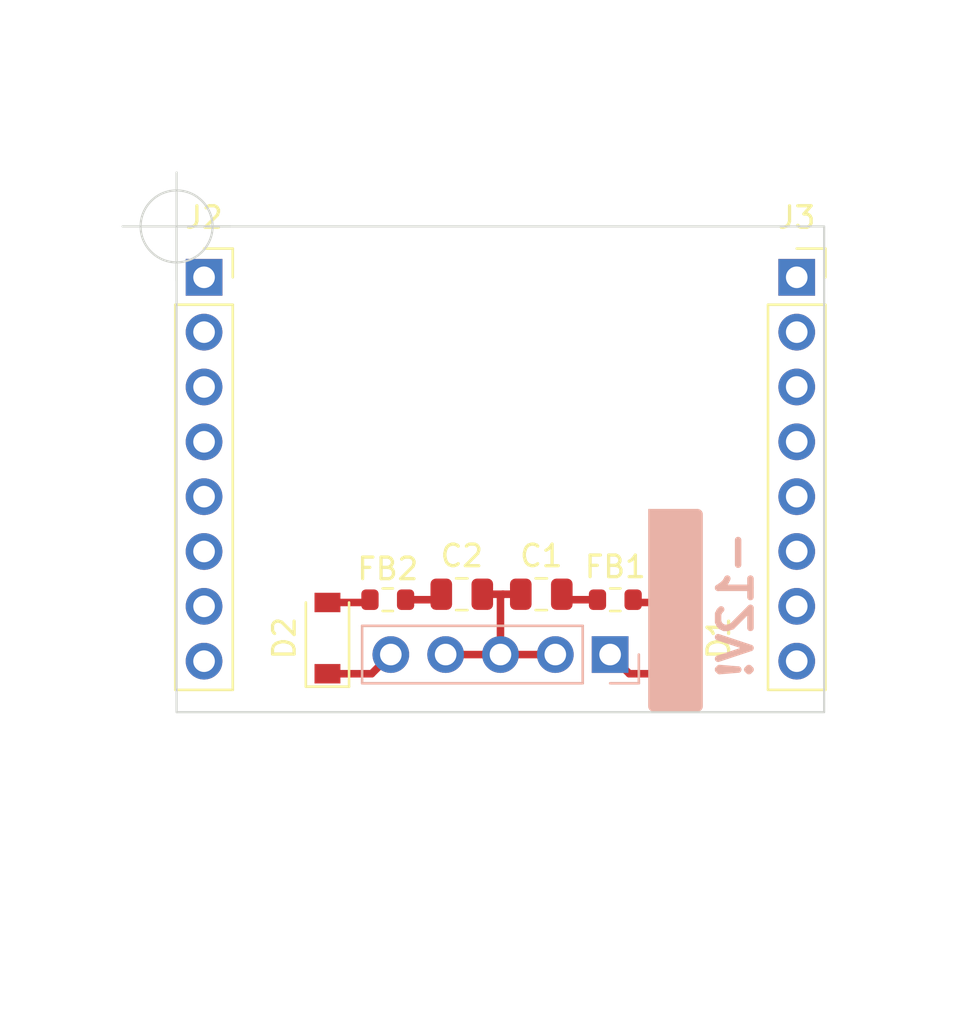
<source format=kicad_pcb>
(kicad_pcb (version 20211014) (generator pcbnew)
  (layers (0 "F.Cu" signal) (31 "B.Cu" signal) (34 "B.Paste" user) (35 "F.Paste" user) (36 "B.SilkS" user "B.Silkscreen") (37 "F.SilkS" user "F.Silkscreen") (38 "B.Mask" user) (39 "F.Mask" user) (44 "Edge.Cuts" user))
  (net 0 "")
  (net 1 "-12V")
  (net 2 "GND")
  (net 3 "+12V")
  (net 4 "Net-(D1-Pad1)")
  (net 5 "Net-(D1-Pad2)")
  (net 6 "Net-(D2-Pad1)")
  (net 7 "Net-(D2-Pad2)")
  (footprint "Resistor_SMD:R_0603_1608Metric" (layer "F.Cu") (at 20.325 17.291 180)
    (fp_text reference "FB1" (at 0 1.524) (layer "F.SilkS"))
    (fp_text value "FerriteBead_Small")
    (fp_line (start -0.237258 0.5225) (end 0.237258 0.5225) (layer "F.SilkS") (width 0.12))
    (fp_line (start -0.237258 -0.5225) (end 0.237258 -0.5225) (layer "F.SilkS") (width 0.12))
    (pad "1" smd roundrect (at -0.825 0 180) (size 0.8 0.95) (layers "F.Cu" "F.Paste" "F.Mask") (net 4 "Net-(D1-Pad1)"))
    (pad "2" smd roundrect (at 0.825 0 180) (size 0.8 0.95) (layers "F.Cu" "F.Paste" "F.Mask") (net 1 "-12V"))
  )
  (footprint "Diode_SMD:D_SOD-123" (layer "F.Cu") (at 6.99 19.069 90)
    (fp_text reference "D2" (at 0 -2 90) (layer "F.SilkS"))
    (fp_text value "1N5817")
    (fp_line (start -2.25 -1) (end -2.25 1) (layer "F.SilkS") (width 0.12))
    (fp_line (start -2.25 1) (end 1.65 1) (layer "F.SilkS") (width 0.12))
    (fp_line (start -2.25 -1) (end 1.65 -1) (layer "F.SilkS") (width 0.12))
    (pad "1" smd rect (at -1.65 0 90) (size 0.9 1.2) (layers "F.Cu" "F.Paste" "F.Mask") (net 6 "Net-(D2-Pad1)"))
    (pad "2" smd rect (at 1.65 0 90) (size 0.9 1.2) (layers "F.Cu" "F.Paste" "F.Mask") (net 7 "Net-(D2-Pad2)"))
  )
  (footprint "Capacitor_SMD:C_0805_2012Metric" (layer "F.Cu") (at 16.896 17.037 180)
    (fp_text reference "C1" (at 0 1.778) (layer "F.SilkS"))
    (fp_text value "10uF")
    (fp_line (start -0.261252 -0.735) (end 0.261252 -0.735) (layer "F.SilkS") (width 0.12))
    (fp_line (start -0.261252 0.735) (end 0.261252 0.735) (layer "F.SilkS") (width 0.12))
    (pad "1" smd roundrect (at -0.95 0 180) (size 1 1.45) (layers "F.Cu" "F.Paste" "F.Mask") (net 1 "-12V"))
    (pad "2" smd roundrect (at 0.95 0 180) (size 1 1.45) (layers "F.Cu" "F.Paste" "F.Mask") (net 2 "GND"))
  )
  (footprint "Resistor_SMD:R_0603_1608Metric" (layer "F.Cu") (at 9.784 17.291)
    (fp_text reference "FB2" (at 0 -1.43) (layer "F.SilkS"))
    (fp_text value "FerriteBead_Small")
    (fp_line (start -0.237258 0.5225) (end 0.237258 0.5225) (layer "F.SilkS") (width 0.12))
    (fp_line (start -0.237258 -0.5225) (end 0.237258 -0.5225) (layer "F.SilkS") (width 0.12))
    (pad "1" smd roundrect (at -0.825 0) (size 0.8 0.95) (layers "F.Cu" "F.Paste" "F.Mask") (net 7 "Net-(D2-Pad2)"))
    (pad "2" smd roundrect (at 0.825 0) (size 0.8 0.95) (layers "F.Cu" "F.Paste" "F.Mask") (net 3 "+12V"))
  )
  (footprint "Diode_SMD:D_SOD-123" (layer "F.Cu") (at 23.119 19.069 -90)
    (fp_text reference "D1" (at 0 -2 90) (layer "F.SilkS"))
    (fp_text value "1N5817")
    (fp_line (start -2.25 -1) (end 1.65 -1) (layer "F.SilkS") (width 0.12))
    (fp_line (start -2.25 1) (end 1.65 1) (layer "F.SilkS") (width 0.12))
    (fp_line (start -2.25 -1) (end -2.25 1) (layer "F.SilkS") (width 0.12))
    (pad "1" smd rect (at -1.65 0 270) (size 0.9 1.2) (layers "F.Cu" "F.Paste" "F.Mask") (net 4 "Net-(D1-Pad1)"))
    (pad "2" smd rect (at 1.65 0 270) (size 0.9 1.2) (layers "F.Cu" "F.Paste" "F.Mask") (net 5 "Net-(D1-Pad2)"))
  )
  (footprint "Capacitor_SMD:C_0805_2012Metric" (layer "F.Cu") (at 13.213 17.037 180)
    (fp_text reference "C2" (at 0 1.778) (layer "F.SilkS"))
    (fp_text value "10uF")
    (fp_line (start -0.261252 0.735) (end 0.261252 0.735) (layer "F.SilkS") (width 0.12))
    (fp_line (start -0.261252 -0.735) (end 0.261252 -0.735) (layer "F.SilkS") (width 0.12))
    (pad "1" smd roundrect (at -0.95 0 180) (size 1 1.45) (layers "F.Cu" "F.Paste" "F.Mask") (net 2 "GND"))
    (pad "2" smd roundrect (at 0.95 0 180) (size 1 1.45) (layers "F.Cu" "F.Paste" "F.Mask") (net 3 "+12V"))
  )
  (footprint "Connector_PinSocket_2.54mm:PinSocket_1x08_P2.54mm_Vertical" (layer "F.Cu") (at 28.73 2.3578)
    (fp_text reference "J3" (at 0 -2.77) (layer "F.SilkS"))
    (fp_text value "Conn_01x08_Female")
    (fp_line (start 1.33 -1.33) (end 1.33 0) (layer "F.SilkS") (width 0.12))
    (fp_line (start -1.33 19.11) (end 1.33 19.11) (layer "F.SilkS") (width 0.12))
    (fp_line (start 1.33 1.27) (end 1.33 19.11) (layer "F.SilkS") (width 0.12))
    (fp_line (start 0 -1.33) (end 1.33 -1.33) (layer "F.SilkS") (width 0.12))
    (fp_line (start -1.33 1.27) (end -1.33 19.11) (layer "F.SilkS") (width 0.12))
    (fp_line (start -1.33 1.27) (end 1.33 1.27) (layer "F.SilkS") (width 0.12))
    (pad "1" thru_hole rect (at 0 0) (size 1.7 1.7) (drill 1) (layers *.Cu *.Mask))
    (pad "2" thru_hole oval (at 0 2.54) (size 1.7 1.7) (drill 1) (layers *.Cu *.Mask))
    (pad "3" thru_hole oval (at 0 5.08) (size 1.7 1.7) (drill 1) (layers *.Cu *.Mask))
    (pad "4" thru_hole oval (at 0 7.62) (size 1.7 1.7) (drill 1) (layers *.Cu *.Mask))
    (pad "5" thru_hole oval (at 0 10.16) (size 1.7 1.7) (drill 1) (layers *.Cu *.Mask))
    (pad "6" thru_hole oval (at 0 12.7) (size 1.7 1.7) (drill 1) (layers *.Cu *.Mask))
    (pad "7" thru_hole oval (at 0 15.24) (size 1.7 1.7) (drill 1) (layers *.Cu *.Mask))
    (pad "8" thru_hole oval (at 0 17.78) (size 1.7 1.7) (drill 1) (layers *.Cu *.Mask))
  )
  (footprint "Connector_PinSocket_2.54mm:PinSocket_1x08_P2.54mm_Vertical" (layer "F.Cu") (at 1.2726 2.3578)
    (fp_text reference "J2" (at 0 -2.77) (layer "F.SilkS"))
    (fp_text value "Conn_01x08_Female")
    (fp_line (start 1.33 -1.33) (end 1.33 0) (layer "F.SilkS") (width 0.12))
    (fp_line (start -1.33 1.27) (end -1.33 19.11) (layer "F.SilkS") (width 0.12))
    (fp_line (start -1.33 19.11) (end 1.33 19.11) (layer "F.SilkS") (width 0.12))
    (fp_line (start 0 -1.33) (end 1.33 -1.33) (layer "F.SilkS") (width 0.12))
    (fp_line (start 1.33 1.27) (end 1.33 19.11) (layer "F.SilkS") (width 0.12))
    (fp_line (start -1.33 1.27) (end 1.33 1.27) (layer "F.SilkS") (width 0.12))
    (pad "1" thru_hole rect (at 0 0) (size 1.7 1.7) (drill 1) (layers *.Cu *.Mask))
    (pad "2" thru_hole oval (at 0 2.54) (size 1.7 1.7) (drill 1) (layers *.Cu *.Mask))
    (pad "3" thru_hole oval (at 0 5.08) (size 1.7 1.7) (drill 1) (layers *.Cu *.Mask))
    (pad "4" thru_hole oval (at 0 7.62) (size 1.7 1.7) (drill 1) (layers *.Cu *.Mask))
    (pad "5" thru_hole oval (at 0 10.16) (size 1.7 1.7) (drill 1) (layers *.Cu *.Mask))
    (pad "6" thru_hole oval (at 0 12.7) (size 1.7 1.7) (drill 1) (layers *.Cu *.Mask))
    (pad "7" thru_hole oval (at 0 15.24) (size 1.7 1.7) (drill 1) (layers *.Cu *.Mask))
    (pad "8" thru_hole oval (at 0 17.78) (size 1.7 1.7) (drill 1) (layers *.Cu *.Mask))
  )
  (footprint "Connector_PinHeader_2.54mm:PinHeader_1x05_P2.54mm_Vertical" (layer "B.Cu") (at 20.085 19.831 90)
    (fp_text reference "J1")
    (fp_text value "Conn_01x05_Male")
    (fp_line (start 1.33 -1.27) (end 1.33 -11.49) (layer "B.SilkS") (width 0.12))
    (fp_line (start -1.33 -1.27) (end -1.33 -11.49) (layer "B.SilkS") (width 0.12))
    (fp_line (start -1.33 1.33) (end 0 1.33) (layer "B.SilkS") (width 0.12))
    (fp_line (start -1.33 -1.27) (end 1.33 -1.27) (layer "B.SilkS") (width 0.12))
    (fp_line (start -1.33 -11.49) (end 1.33 -11.49) (layer "B.SilkS") (width 0.12))
    (fp_line (start -1.33 0) (end -1.33 1.33) (layer "B.SilkS") (width 0.12))
    (pad "1" thru_hole rect (at 0 0 90) (size 1.7 1.7) (drill 1) (layers *.Cu *.Mask) (net 5 "Net-(D1-Pad2)"))
    (pad "2" thru_hole oval (at 0 -2.54 90) (size 1.7 1.7) (drill 1) (layers *.Cu *.Mask) (net 2 "GND"))
    (pad "3" thru_hole oval (at 0 -5.08 90) (size 1.7 1.7) (drill 1) (layers *.Cu *.Mask) (net 2 "GND"))
    (pad "4" thru_hole oval (at 0 -7.62 90) (size 1.7 1.7) (drill 1) (layers *.Cu *.Mask) (net 2 "GND"))
    (pad "5" thru_hole oval (at 0 -10.16 90) (size 1.7 1.7) (drill 1) (layers *.Cu *.Mask) (net 6 "Net-(D2-Pad1)"))
  )
  (gr_rect (start 22.098 22.225) (end 24.13 13.335) (layer "B.SilkS") (width 0.5) (fill none))
  (gr_rect (start 0 0) (end 30 22.5) (layer "Edge.Cuts") (width 0.1) (fill none))
  (gr_text "-12V!" (at 25.908 17.526 90) (layer "B.SilkS") (effects (font (size 1.5 1.5) (thickness 0.3)) (justify mirror)))
  (target plus (at 0 0) (size 5) (width 0.1) (layer "Edge.Cuts"))
  (segment (start 19.5 17.291) (end 18.1 17.291) (width 0.35) (layer "F.Cu") (net 1))
  (segment (start 18.1 17.291) (end 17.846 17.037) (width 0.35) (layer "F.Cu") (net 1))
  (segment (start 15.005 19.831) (end 15.005 17.15) (width 0.35) (layer "F.Cu") (net 2))
  (segment (start 15.005 17.15) (end 15.118 17.037) (width 0.35) (layer "F.Cu") (net 2))
  (segment (start 12.465 19.831) (end 17.545 19.831) (width 0.35) (layer "F.Cu") (net 2))
  (segment (start 14.163 17.037) (end 15.118 17.037) (width 0.35) (layer "F.Cu") (net 2))
  (segment (start 15.118 17.037) (end 15.946 17.037) (width 0.35) (layer "F.Cu") (net 2))
  (segment (start 12.009 17.291) (end 12.263 17.037) (width 0.35) (layer "F.Cu") (net 3))
  (segment (start 10.609 17.291) (end 12.009 17.291) (width 0.35) (layer "F.Cu") (net 3))
  (segment (start 21.278 17.419) (end 21.15 17.291) (width 0.35) (layer "F.Cu") (net 4))
  (segment (start 23.119 17.419) (end 21.278 17.419) (width 0.35) (layer "F.Cu") (net 4))
  (segment (start 20.973 20.719) (end 20.085 19.831) (width 0.35) (layer "F.Cu") (net 5))
  (segment (start 23.119 20.719) (end 20.973 20.719) (width 0.35) (layer "F.Cu") (net 5))
  (segment (start 6.99 20.719) (end 9.037 20.719) (width 0.35) (layer "F.Cu") (net 6))
  (segment (start 9.037 20.719) (end 9.925 19.831) (width 0.35) (layer "F.Cu") (net 6))
  (segment (start 8.831 17.419) (end 8.959 17.291) (width 0.35) (layer "F.Cu") (net 7))
  (segment (start 6.99 17.419) (end 8.831 17.419) (width 0.35) (layer "F.Cu") (net 7))
  (zone (net 0) (net_name "") (layer "B.SilkS") (connect_pads (clearance 0.508)) (min_thickness 0.00001) (fill yes (thermal_gap 0.508) (thermal_bridge_width 0.508))
    (polygon (pts (xy 24.13 22.225) (xy 22.098 22.225) (xy 22.098 13.335) (xy 24.13 13.335)))
  )
)
</source>
